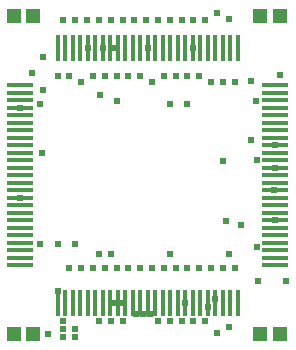
<source format=gts>
%FSLAX44Y44*%
%MOMM*%
G71*
G01*
G75*
G04 Layer_Color=8388736*
%ADD10R,2.0000X0.2600*%
%ADD11R,0.2600X2.0000*%
%ADD12R,0.9400X1.0160*%
%ADD13R,0.9398X1.0160*%
%ADD14C,0.2000*%
%ADD15C,0.2032*%
%ADD16C,0.3000*%
%ADD17C,0.8000*%
%ADD18C,0.4000*%
%ADD19C,0.6000*%
%ADD20C,1.3160*%
G04:AMPARAMS|DCode=21|XSize=1.824mm|YSize=1.824mm|CornerRadius=0mm|HoleSize=0mm|Usage=FLASHONLY|Rotation=0.000|XOffset=0mm|YOffset=0mm|HoleType=Round|Shape=Relief|Width=0.254mm|Gap=0.254mm|Entries=4|*
%AMTHD21*
7,0,0,1.8240,1.3160,0.2540,45*
%
%ADD21THD21*%
%ADD22R,1.0160X0.9398*%
%ADD23R,1.0160X0.9400*%
%ADD24R,1.0000X3.0000*%
%ADD25R,0.3600X2.2000*%
%ADD26R,0.8890X0.9652*%
%ADD27C,1.0000*%
%ADD28C,0.4000*%
%ADD29C,0.1500*%
%ADD30C,0.1270*%
%ADD31C,0.2540*%
%ADD32R,2.2032X0.4632*%
%ADD33R,0.4632X2.2032*%
%ADD34R,1.1432X1.2192*%
%ADD35R,1.1430X1.2192*%
%ADD36C,0.6032*%
D32*
X236150Y225800D02*
D03*
Y219450D02*
D03*
Y213100D02*
D03*
Y206750D02*
D03*
Y200400D02*
D03*
Y194050D02*
D03*
Y187700D02*
D03*
Y181350D02*
D03*
Y175000D02*
D03*
Y168650D02*
D03*
Y73400D02*
D03*
Y79750D02*
D03*
Y86100D02*
D03*
Y92450D02*
D03*
Y98800D02*
D03*
X20250Y225800D02*
D03*
Y219450D02*
D03*
Y213100D02*
D03*
Y206750D02*
D03*
Y200400D02*
D03*
X236150Y105150D02*
D03*
Y111500D02*
D03*
Y117850D02*
D03*
Y124200D02*
D03*
Y130550D02*
D03*
Y143250D02*
D03*
Y149600D02*
D03*
Y155950D02*
D03*
Y162300D02*
D03*
X20250Y194050D02*
D03*
Y187700D02*
D03*
Y181350D02*
D03*
Y175000D02*
D03*
Y168650D02*
D03*
Y162300D02*
D03*
Y155950D02*
D03*
Y149600D02*
D03*
Y143250D02*
D03*
Y136900D02*
D03*
Y130550D02*
D03*
Y124200D02*
D03*
Y117850D02*
D03*
Y111500D02*
D03*
Y105150D02*
D03*
Y98800D02*
D03*
Y92450D02*
D03*
Y86100D02*
D03*
Y79750D02*
D03*
Y73400D02*
D03*
X236150Y136900D02*
D03*
D33*
X52000Y41650D02*
D03*
X58350D02*
D03*
X64700D02*
D03*
X71050D02*
D03*
X77400D02*
D03*
X83750D02*
D03*
X90100D02*
D03*
X96450D02*
D03*
X102800D02*
D03*
X109150D02*
D03*
X115500D02*
D03*
X121850D02*
D03*
X128200D02*
D03*
X134550D02*
D03*
X140900D02*
D03*
X147250D02*
D03*
X153600D02*
D03*
X159950D02*
D03*
X166300D02*
D03*
X172650D02*
D03*
X179000D02*
D03*
X185350D02*
D03*
X191700D02*
D03*
X198050D02*
D03*
X204400D02*
D03*
Y257550D02*
D03*
X198050D02*
D03*
X191700D02*
D03*
X185350D02*
D03*
X179000D02*
D03*
X172650D02*
D03*
X166300D02*
D03*
X159950D02*
D03*
X153600D02*
D03*
X147250D02*
D03*
X140900D02*
D03*
X134550D02*
D03*
X128200D02*
D03*
X121850D02*
D03*
X115500D02*
D03*
X109150D02*
D03*
X102800D02*
D03*
X96450D02*
D03*
X90100D02*
D03*
X83750D02*
D03*
X77400D02*
D03*
X71050D02*
D03*
X64700D02*
D03*
X58350D02*
D03*
X52000D02*
D03*
D34*
X223500Y285000D02*
D03*
X31500D02*
D03*
X223500Y15000D02*
D03*
X31500D02*
D03*
D35*
X240005Y285000D02*
D03*
X14995D02*
D03*
X240005Y15000D02*
D03*
X14995D02*
D03*
D36*
X20250Y130550D02*
D03*
X192000Y162000D02*
D03*
X185350Y45350D02*
D03*
X179000Y38500D02*
D03*
X177000Y26000D02*
D03*
X87000Y83000D02*
D03*
X97000D02*
D03*
X147000D02*
D03*
X195004Y110997D02*
D03*
X207000Y108000D02*
D03*
X221000Y89000D02*
D03*
X77000Y281000D02*
D03*
X72000Y229000D02*
D03*
X88000Y218000D02*
D03*
X132000Y229000D02*
D03*
X221000Y162500D02*
D03*
X159950Y41650D02*
D03*
X197000Y282000D02*
D03*
X187000Y287000D02*
D03*
X167000Y281000D02*
D03*
X202000Y229000D02*
D03*
X192000D02*
D03*
X182000D02*
D03*
X90100Y257550D02*
D03*
X166300D02*
D03*
X77400D02*
D03*
X107000Y281000D02*
D03*
X177000D02*
D03*
X172000Y234000D02*
D03*
X162000D02*
D03*
X157000Y281000D02*
D03*
X152000Y234000D02*
D03*
X147000Y281000D02*
D03*
X142000Y234000D02*
D03*
X137000Y281000D02*
D03*
X127000D02*
D03*
X112000Y234000D02*
D03*
X122000D02*
D03*
X117000Y281000D02*
D03*
X102000Y234000D02*
D03*
X97000Y281000D02*
D03*
X92000Y234000D02*
D03*
X82000D02*
D03*
X62000D02*
D03*
X52000D02*
D03*
X87000Y281000D02*
D03*
X57000D02*
D03*
X67000D02*
D03*
X167000Y26000D02*
D03*
X157000D02*
D03*
X147000D02*
D03*
X137000D02*
D03*
X197000Y21000D02*
D03*
X187000Y16000D02*
D03*
X87000Y26000D02*
D03*
X97000D02*
D03*
X202000Y71000D02*
D03*
X192000D02*
D03*
X182000D02*
D03*
X172000D02*
D03*
X162000D02*
D03*
X152000D02*
D03*
X142000D02*
D03*
X132000D02*
D03*
X122000D02*
D03*
X112000D02*
D03*
X102000D02*
D03*
X92000D02*
D03*
X82000D02*
D03*
X72000D02*
D03*
X62000D02*
D03*
X52000Y51500D02*
D03*
X223500Y15000D02*
D03*
X31500D02*
D03*
X223500Y285000D02*
D03*
X31500D02*
D03*
X37000Y91500D02*
D03*
X52000D02*
D03*
X67000D02*
D03*
X147000Y210000D02*
D03*
X162000D02*
D03*
X102000Y212500D02*
D03*
X37000Y210000D02*
D03*
X220000Y212500D02*
D03*
X236150Y111500D02*
D03*
Y175000D02*
D03*
Y155950D02*
D03*
X39000Y169000D02*
D03*
X99000Y42000D02*
D03*
X106000D02*
D03*
X67000Y13000D02*
D03*
X57000D02*
D03*
X67000Y20000D02*
D03*
X57000D02*
D03*
Y26000D02*
D03*
X44000Y15000D02*
D03*
X197000Y83000D02*
D03*
X20250Y206750D02*
D03*
X240005Y15000D02*
D03*
X14995D02*
D03*
Y285000D02*
D03*
X240005D02*
D03*
X216000Y180000D02*
D03*
Y229500D02*
D03*
X100500Y257550D02*
D03*
X128200D02*
D03*
X40000Y222000D02*
D03*
X130500Y32500D02*
D03*
X245000Y60000D02*
D03*
X222000D02*
D03*
X240000Y235000D02*
D03*
X40000Y250000D02*
D03*
X30000Y236000D02*
D03*
X107000Y26000D02*
D03*
X235650Y136900D02*
D03*
X118500Y32500D02*
D03*
X124500D02*
D03*
M02*

</source>
